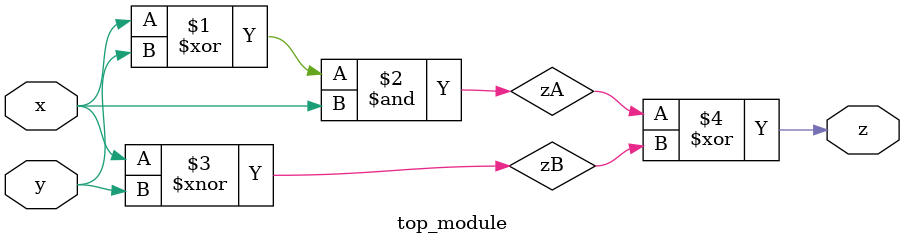
<source format=v>
module top_module (input x, input y, output z);
wire zA,zB;

assign zA = (x^y) &x;
assign zB = x~^y;
assign z  =  zA ^ zB;

endmodule
</source>
